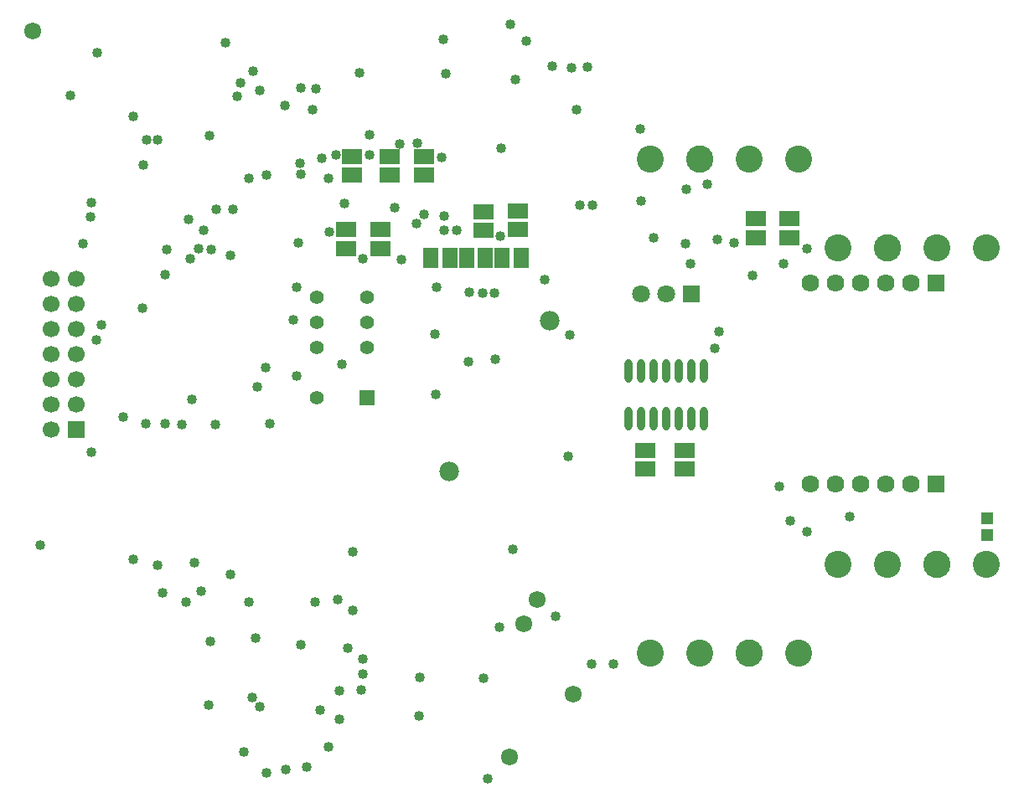
<source format=gbs>
G04 Layer_Color=16711935*
%FSLAX44Y44*%
%MOMM*%
G71*
G01*
G75*
%ADD74R,2.0000X1.5000*%
%ADD75R,1.5000X2.0000*%
%ADD79C,1.7240*%
%ADD82R,1.2000X1.3000*%
%ADD107C,1.7000*%
%ADD108R,1.7000X1.7000*%
%ADD109C,2.7400*%
%ADD110O,2.7400X2.7700*%
%ADD111C,1.4000*%
%ADD112R,1.5080X1.5080*%
%ADD113C,1.8000*%
%ADD114R,1.8000X1.8000*%
%ADD115C,1.9800*%
%ADD116C,1.7900*%
%ADD117R,1.7900X1.7900*%
%ADD118C,1.0128*%
%ADD119O,0.8000X2.4000*%
D74*
X916300Y603300D02*
D03*
Y584100D02*
D03*
X876700Y603300D02*
D03*
Y584100D02*
D03*
X618000Y881400D02*
D03*
Y900600D02*
D03*
X574000Y807400D02*
D03*
Y826600D02*
D03*
X580000Y900600D02*
D03*
Y881400D02*
D03*
X653000Y900600D02*
D03*
Y881400D02*
D03*
X609000Y826600D02*
D03*
Y807400D02*
D03*
X713000Y825400D02*
D03*
Y844600D02*
D03*
X748000Y826400D02*
D03*
Y845600D02*
D03*
X988036Y837600D02*
D03*
Y818400D02*
D03*
X1022036Y837600D02*
D03*
Y818400D02*
D03*
D75*
X679100Y798000D02*
D03*
X659900D02*
D03*
X695900D02*
D03*
X715100D02*
D03*
X731900D02*
D03*
X751100D02*
D03*
D79*
X754000Y428000D02*
D03*
X739000Y293000D02*
D03*
X804000Y356790D02*
D03*
X767000Y452000D02*
D03*
X257730Y1027000D02*
D03*
D82*
X1222000Y517500D02*
D03*
Y534500D02*
D03*
D107*
X275700Y776600D02*
D03*
X301100D02*
D03*
X275700Y751200D02*
D03*
X301100D02*
D03*
X275700Y725800D02*
D03*
X301100D02*
D03*
X275700Y700400D02*
D03*
X301100D02*
D03*
X275700Y675000D02*
D03*
X301100D02*
D03*
X275700Y649600D02*
D03*
X301100D02*
D03*
X275700Y624200D02*
D03*
D108*
X301100D02*
D03*
D109*
X881250Y397750D02*
D03*
X931250D02*
D03*
X1031250D02*
D03*
X1071250Y487750D02*
D03*
X1121250D02*
D03*
X1221250D02*
D03*
X1031250Y897750D02*
D03*
X981250D02*
D03*
X881250D02*
D03*
X1221250Y807750D02*
D03*
X1171250D02*
D03*
X1071250D02*
D03*
D110*
X981250Y397750D02*
D03*
X1171250Y487750D02*
D03*
X931250Y897750D02*
D03*
X1121250Y807750D02*
D03*
D111*
X544200Y656200D02*
D03*
Y707000D02*
D03*
Y732400D02*
D03*
Y757800D02*
D03*
X595000Y707000D02*
D03*
Y732400D02*
D03*
Y757800D02*
D03*
D112*
Y656200D02*
D03*
D113*
X871800Y761100D02*
D03*
X897200D02*
D03*
D114*
X922600D02*
D03*
D115*
X678200Y581800D02*
D03*
X779800Y734200D02*
D03*
D116*
X1043000Y772000D02*
D03*
X1068400D02*
D03*
X1093800D02*
D03*
X1119200D02*
D03*
X1144600D02*
D03*
Y568800D02*
D03*
X1119200D02*
D03*
X1093800D02*
D03*
X1068400D02*
D03*
X1043000D02*
D03*
D117*
X1170000Y772000D02*
D03*
Y568800D02*
D03*
D118*
X807000Y948000D02*
D03*
X1023000Y532000D02*
D03*
X885000Y818000D02*
D03*
X810000Y851000D02*
D03*
X823000D02*
D03*
X951000Y723000D02*
D03*
X947000Y706000D02*
D03*
X1040000Y521000D02*
D03*
X296000Y962000D02*
D03*
X323000Y1005000D02*
D03*
X359019Y941000D02*
D03*
X372212Y917000D02*
D03*
X482999Y412999D02*
D03*
X475999Y449999D02*
D03*
X528000Y407000D02*
D03*
X548000Y341000D02*
D03*
X566999Y330999D02*
D03*
X556000Y303000D02*
D03*
X534001Y283333D02*
D03*
X745000Y978000D02*
D03*
X471000Y298000D02*
D03*
X487000Y344000D02*
D03*
X479000Y353000D02*
D03*
X566000Y452000D02*
D03*
X528066Y882396D02*
D03*
X527512Y893572D02*
D03*
X524256Y768096D02*
D03*
X525780Y812800D02*
D03*
X572262Y852678D02*
D03*
X652780Y842010D02*
D03*
X645414Y832358D02*
D03*
X731000Y909000D02*
D03*
X673354Y826008D02*
D03*
X724154Y762000D02*
D03*
X665480Y768350D02*
D03*
X457208Y800604D02*
D03*
X390906Y781050D02*
D03*
X416814Y796798D02*
D03*
X425450Y807212D02*
D03*
X464000Y961000D02*
D03*
X467127Y974739D02*
D03*
X729000Y424000D02*
D03*
X717000Y271000D02*
D03*
X513000Y280333D02*
D03*
X871000Y928000D02*
D03*
X435000Y346000D02*
D03*
X437000Y410000D02*
D03*
X393000Y806000D02*
D03*
X438000D02*
D03*
X430000Y826000D02*
D03*
X415000Y837000D02*
D03*
X675000Y984000D02*
D03*
X528000Y970000D02*
D03*
X497000Y630000D02*
D03*
X740000Y1034080D02*
D03*
X452576Y1015000D02*
D03*
X557000Y824000D02*
D03*
X591000Y797000D02*
D03*
X520999Y734998D02*
D03*
X672000Y1019000D02*
D03*
X487000Y967000D02*
D03*
X480000Y987000D02*
D03*
X436000Y921000D02*
D03*
X756000Y1017000D02*
D03*
X307999Y811998D02*
D03*
X316999Y853998D02*
D03*
X556000Y878000D02*
D03*
X549257Y898347D02*
D03*
X802000Y990000D02*
D03*
X817998Y990998D02*
D03*
X1016000Y792000D02*
D03*
X985000Y780000D02*
D03*
X460000Y847000D02*
D03*
X443000D02*
D03*
X408000Y629000D02*
D03*
X391000Y630000D02*
D03*
X372000Y630000D02*
D03*
X348911Y636825D02*
D03*
X630000Y796000D02*
D03*
X475999Y877998D02*
D03*
X493999Y881998D02*
D03*
X540000Y948000D02*
D03*
X493000Y687000D02*
D03*
X570000Y690000D02*
D03*
X524000Y678000D02*
D03*
X384000Y917000D02*
D03*
X369000Y892000D02*
D03*
X316000Y839000D02*
D03*
X800000Y720000D02*
D03*
X665000Y660000D02*
D03*
X368000Y747000D02*
D03*
X322000Y715000D02*
D03*
X544000Y969000D02*
D03*
X917998Y866998D02*
D03*
X938998Y871998D02*
D03*
X697999Y692999D02*
D03*
X725000Y695000D02*
D03*
X512000Y952000D02*
D03*
X872000Y855000D02*
D03*
X966000Y813000D02*
D03*
X922000Y792000D02*
D03*
X317000Y601000D02*
D03*
X442000Y629000D02*
D03*
X326999Y729998D02*
D03*
X483999Y666999D02*
D03*
X418000Y655000D02*
D03*
X588000Y985000D02*
D03*
X384000Y487000D02*
D03*
X457000Y478000D02*
D03*
X543000Y450000D02*
D03*
X589000Y361000D02*
D03*
X567302Y360302D02*
D03*
X786000Y435000D02*
D03*
X591000Y377000D02*
D03*
X648000Y335000D02*
D03*
X713000Y373000D02*
D03*
X648999Y373999D02*
D03*
X743000Y503000D02*
D03*
X581000Y441000D02*
D03*
Y501000D02*
D03*
X591000Y392000D02*
D03*
X576000Y403000D02*
D03*
X494001Y277334D02*
D03*
X421000Y490000D02*
D03*
X664000Y721000D02*
D03*
X359000Y493000D02*
D03*
X388999Y458999D02*
D03*
X265000Y507000D02*
D03*
X822000Y387000D02*
D03*
X844000D02*
D03*
X1083000Y536000D02*
D03*
X1012190Y566674D02*
D03*
X623000Y849000D02*
D03*
X564134Y901700D02*
D03*
X597662Y901954D02*
D03*
Y922528D02*
D03*
X672846Y839978D02*
D03*
X686054Y825451D02*
D03*
X729996Y819912D02*
D03*
X412000Y450000D02*
D03*
X428000Y461000D02*
D03*
X782000Y992000D02*
D03*
X1040000Y807000D02*
D03*
X698754Y762762D02*
D03*
X711851Y762254D02*
D03*
X775000Y776000D02*
D03*
X628000Y913000D02*
D03*
X646000Y914000D02*
D03*
X671000Y899000D02*
D03*
X917000Y812000D02*
D03*
X949000Y816000D02*
D03*
X798656Y597000D02*
D03*
D119*
X859400Y683500D02*
D03*
X872100D02*
D03*
X884800D02*
D03*
X897500D02*
D03*
X910200D02*
D03*
X922900D02*
D03*
X935600D02*
D03*
X859400Y635500D02*
D03*
X872100D02*
D03*
X884800D02*
D03*
X897500D02*
D03*
X910200D02*
D03*
X922900D02*
D03*
X935600D02*
D03*
M02*

</source>
